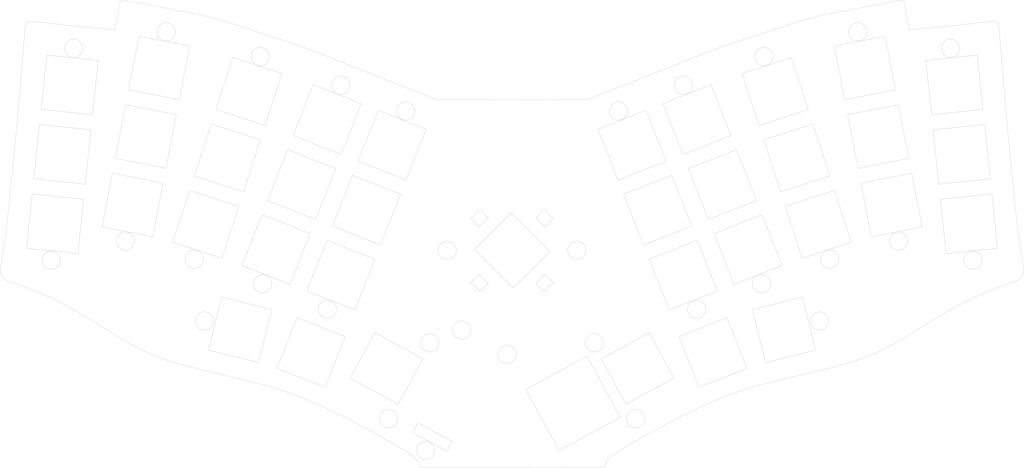
<source format=kicad_pcb>
(kicad_pcb (version 20240108) (generator "pcbnew") (generator_version "8.0")
  (title_block (title "ISW-TRISHNA") (rev "1.0"))
  (layers (0 "F.Cu" signal) (31 "B.Cu" signal) (34 "B.Paste" user) (35 "F.Paste" user) (36 "B.SilkS" user "B.Silkscreen") (37 "F.SilkS" user "F.Silkscreen") (38 "B.Mask" user) (39 "F.Mask" user) (44 "Edge.Cuts" user))
  (net 0 "")
  (footprint "isw-kbd_working:Middle_m2_Spacer_Hole" (layer "F.Cu") (at 75.7159 115.2588)
    (property "Reference" "Ref017" (hide yes))
    (property "Value" "Val2" (hide yes))
    (fp_circle (center 0 0) (end 2.5 0) (stroke (width 0.1)) (fill none) (layer "Edge.Cuts"))
  )
  (footprint "isw-kbd_working:Middle_SW_Hole_1u" (layer "F.Cu") (at 122.685054 101.860655 -21.5)
    (property "Reference" "SW15" (hide yes))
    (property "Value" "SW_Push" (hide yes))
    (fp_poly (pts (xy -7.05 -7.45) (xy 7.05 -7.45) (xy 7.05 7.45) (xy -7.05 7.45)) (stroke (width 0.1)) (fill none) (layer "Edge.Cuts"))
  )
  (footprint "isw-kbd_working:Middle_SW_Hole_1u" (layer "F.Cu") (at 162.3906 112.8614 45)
    (property "Reference" "SW34" (hide yes))
    (property "Value" "SW_Push" (hide yes))
    (fp_poly (pts (xy -7.05 -7.45) (xy 7.05 -7.45) (xy 7.05 7.45) (xy -7.05 7.45)) (stroke (width 0.1)) (fill none) (layer "Edge.Cuts"))
  )
  (footprint "isw-kbd_working:Middle_m2_Spacer_Hole" (layer "F.Cu") (at 209.1654 67.8276)
    (property "Reference" "Ref04" (hide yes))
    (property "Value" "Val2" (hide yes))
    (fp_circle (center 0 0) (end 2.5 0) (stroke (width 0.1)) (fill none) (layer "Edge.Cuts"))
  )
  (footprint "isw-kbd_working:Middle_SW_Hole_1u" (layer "F.Cu") (at 115.703206 119.58511 -21.5)
    (property "Reference" "SW25" (hide yes))
    (property "Value" "SW_Push" (hide yes))
    (fp_poly (pts (xy -7.05 -7.45) (xy 7.05 -7.45) (xy 7.05 7.45) (xy -7.05 7.45)) (stroke (width 0.1)) (fill none) (layer "Edge.Cuts"))
  )
  (footprint "isw-kbd_working:Middle_SW_Hole_1u" (layer "F.Cu") (at 39.6936 86.6345 -6)
    (property "Reference" "SW11" (hide yes))
    (property "Value" "SW_Push" (hide yes))
    (fp_poly (pts (xy -7.05 -7.45) (xy 7.05 -7.45) (xy 7.05 7.45) (xy -7.05 7.45)) (stroke (width 0.1)) (fill none) (layer "Edge.Cuts"))
  )
  (footprint "isw-kbd_working:Middle_SW_Hole_1u" (layer "F.Cu") (at 236.5861 134.5155 14)
    (property "Reference" "SW37" (hide yes))
    (property "Value" "SW_Push" (hide yes))
    (fp_poly (pts (xy -7.05 -7.45) (xy 7.05 -7.45) (xy 7.05 7.45) (xy -7.05 7.45)) (stroke (width 0.1)) (fill none) (layer "Edge.Cuts"))
  )
  (footprint "isw-kbd_working:Middle_SW_Hole_1u" (layer "F.Cu") (at 226.802485 112.603262 21.5)
    (property "Reference" "SW27" (hide yes))
    (property "Value" "SW_Push" (hide yes))
    (fp_poly (pts (xy -7.05 -7.45) (xy 7.05 -7.45) (xy 7.05 7.45) (xy -7.05 7.45)) (stroke (width 0.1)) (fill none) (layer "Edge.Cuts"))
  )
  (footprint "isw-kbd_working:Middle_SW_Hole_1u" (layer "F.Cu") (at 258.6765 63.0649 11)
    (property "Reference" "SW9" (hide yes))
    (property "Value" "SW_Push" (hide yes))
    (fp_poly (pts (xy -7.05 -7.45) (xy 7.05 -7.45) (xy 7.05 7.45) (xy -7.05 7.45)) (stroke (width 0.1)) (fill none) (layer "Edge.Cuts"))
  )
  (footprint "isw-kbd_working:Middle_m2_Spacer_Hole" (layer "F.Cu") (at 249.0652 115.2581)
    (property "Reference" "Ref08" (hide yes))
    (property "Value" "Val2" (hide yes))
    (fp_circle (center 0 0) (end 2.5 0) (stroke (width 0.1)) (fill none) (layer "Edge.Cuts"))
  )
  (footprint "isw-kbd_working:Middle_SW_Hole_1u" (layer "F.Cu") (at 78.8293 105.7258 -18)
    (property "Reference" "SW23" (hide yes))
    (property "Value" "SW_Push" (hide yes))
    (fp_poly (pts (xy -7.05 -7.45) (xy 7.05 -7.45) (xy 7.05 7.45) (xy -7.05 7.45)) (stroke (width 0.1)) (fill none) (layer "Edge.Cuts"))
  )
  (footprint "isw-kbd_working:Middle_m2_Spacer_Hole" (layer "F.Cu") (at 56.9219 110.3069)
    (property "Reference" "Ref8" (hide yes))
    (property "Value" "Val1" (hide yes))
    (fp_circle (center 0 0) (end 2.5 0) (stroke (width 0.1)) (fill none) (layer "Edge.Cuts"))
  )
  (footprint "isw-kbd_working:Middle_THQWGD001" (layer "F.Cu") (at 179.016467 154.594216 -61.5)
    (property "Reference" "RE_SW1" (hide yes))
    (property "Value" "RotaryEncoder" (hide yes))
    (fp_poly (pts (xy -9.500001 -9.505) (xy 9.5 -9.505) (xy 9.5 9.495) (xy -9.5 9.495)) (stroke (width 0.1)) (fill none) (layer "Edge.Cuts"))
  )
  (footprint "isw-kbd_working:Middle_SW_Hole_1u" (layer "F.Cu") (at 84.716 87.6082 -18)
    (property "Reference" "SW13" (hide yes))
    (property "Value" "SW_Push" (hide yes))
    (fp_poly (pts (xy -7.05 -7.45) (xy 7.05 -7.45) (xy 7.05 7.45) (xy -7.05 7.45)) (stroke (width 0.1)) (fill none) (layer "Edge.Cuts"))
  )
  (footprint "isw-kbd_working:MiddleTop_LED_SK6812MINI-E_BL" (layer "F.Cu") (at 171.2471 121.7179 45)
    (property "Reference" "LED1" (hide yes))
    (property "Value" "LED_SK6812MINI-E" (hide yes))
    (fp_poly (pts (xy -1.75 -1.6) (xy 1.75 -1.6) (xy 1.75 1.6) (xy -1.75 1.6)) (stroke (width 0.1)) (fill none) (layer "Edge.Cuts"))
  )
  (footprint "isw-kbd_working:Middle_SW_Hole_1u" (layer "F.Cu") (at 285.0876 86.6345 6)
    (property "Reference" "SW20" (hide yes))
    (property "Value" "SW_Push" (hide yes))
    (fp_poly (pts (xy -7.05 -7.45) (xy 7.05 -7.45) (xy 7.05 7.45) (xy -7.05 7.45)) (stroke (width 0.1)) (fill none) (layer "Edge.Cuts"))
  )
  (footprint "isw-kbd_working:Middle_m2_Spacer_Hole" (layer "F.Cu") (at 144.6919 112.8614)
    (property "Reference" "Ref019" (hide yes))
    (property "Value" "Val2" (hide yes))
    (fp_circle (center 0 0) (end 2.5 0) (stroke (width 0.1)) (fill none) (layer "Edge.Cuts"))
  )
  (footprint "isw-kbd_working:Middle_m2_Spacer_Hole" (layer "F.Cu") (at 138.7878 167.4339)
    (property "Reference" "Ref23" (hide yes))
    (property "Value" "Val2" (hide yes))
    (fp_circle (center 0 0) (end 2.5 0) (stroke (width 0.1)) (fill none) (layer "Edge.Cuts"))
  )
  (footprint "isw-kbd_working:Middle_m2_Spacer_Hole" (layer "F.Cu") (at 184.8314 138.0525)
    (property "Reference" "Ref012" (hide yes))
    (property "Value" "Val2" (hide yes))
    (fp_circle (center 0 0) (end 2.5 0) (stroke (width 0.1)) (fill none) (layer "Edge.Cuts"))
  )
  (footprint "isw-kbd_working:Middle_m2_Spacer_Hole" (layer "F.Cu") (at 148.6758 134.5524)
    (property "Reference" "Ref021" (hide yes))
    (property "Value" "Val2" (hide yes))
    (fp_circle (center 0 0) (end 2.5 0) (stroke (width 0.1)) (fill none) (layer "Edge.Cuts"))
  )
  (footprint "isw-kbd_working:Middle_SW_Hole_1u" (layer "F.Cu") (at 195.114334 84.136201 21.5)
    (property "Reference" "SW6" (hide yes))
    (property "Value" "SW_Push" (hide yes))
    (fp_poly (pts (xy -7.05 -7.45) (xy 7.05 -7.45) (xy 7.05 7.45) (xy -7.05 7.45)) (stroke (width 0.1)) (fill none) (layer "Edge.Cuts"))
  )
  (footprint "isw-kbd_working:MiddleTop_LED_SK6812MINI-E_BL" (layer "F.Cu") (at 153.5341 104.0048 -135)
    (property "Reference" "LED3" (hide yes))
    (property "Value" "LED_SK6812MINI-E" (hide yes))
    (fp_poly (pts (xy -1.75 -1.6) (xy 1.75 -1.6) (xy 1.75 1.6) (xy -1.75 1.6)) (stroke (width 0.1)) (fill none) (layer "Edge.Cuts"))
  )
  (footprint "isw-kbd_working:Middle_SW_Hole_1u" (layer "F.Cu") (at 240.0805 87.606 18)
    (property "Reference" "SW18" (hide yes))
    (property "Value" "SW_Push" (hide yes))
    (fp_poly (pts (xy -7.05 -7.45) (xy 7.05 -7.45) (xy 7.05 7.45) (xy -7.05 7.45)) (stroke (width 0.1)) (fill none) (layer "Edge.Cuts"))
  )
  (footprint "isw-kbd_working:Middle_SW_Hole_1u" (layer "F.Cu") (at 62.4706 81.7648 -11)
    (property "Reference" "SW12" (hide yes))
    (property "Value" "SW_Push" (hide yes))
    (fp_poly (pts (xy -7.05 -7.45) (xy 7.05 -7.45) (xy 7.05 7.45) (xy -7.05 7.45)) (stroke (width 0.1)) (fill none) (layer "Edge.Cuts"))
  )
  (footprint "isw-kbd_working:Middle_m2_Spacer_Hole" (layer "F.Cu") (at 36.6543 115.5516)
    (property "Reference" "Ref018" (hide yes))
    (property "Value" "Val2" (hide yes))
    (fp_circle (center 0 0) (end 2.5 0) (stroke (width 0.1)) (fill none) (layer "Edge.Cuts"))
  )
  (footprint "isw-kbd_working:Middle_m2_Spacer_Hole" (layer "F.Cu") (at 115.6157 67.8284)
    (property "Reference" "Ref03" (hide yes))
    (property "Value" "Val2" (hide yes))
    (fp_circle (center 0 0) (end 2.5 0) (stroke (width 0.1)) (fill none) (layer "Edge.Cuts"))
  )
  (footprint "isw-kbd_working:Middle_m2_Spacer_Hole" (layer "F.Cu") (at 180.0899 112.8614)
    (property "Reference" "Ref020" (hide yes))
    (property "Value" "Val2" (hide yes))
    (fp_circle (center 0 0) (end 2.5 0) (stroke (width 0.1)) (fill none) (layer "Edge.Cuts"))
  )
  (footprint "isw-kbd_working:Middle_SW_Hole_1u" (layer "F.Cu") (at 111.942448 77.154352 -21.5)
    (property "Reference" "SW4" (hide yes))
    (property "Value" "SW_Push" (hide yes))
    (fp_poly (pts (xy -7.05 -7.45) (xy 7.05 -7.45) (xy 7.05 7.45) (xy -7.05 7.45)) (stroke (width 0.1)) (fill none) (layer "Edge.Cuts"))
  )
  (footprint "isw-kbd_working:Middle_SW_Hole_1u" (layer "F.Cu") (at 104.9606 94.878807 -21.5)
    (property "Reference" "SW14" (hide yes))
    (property "Value" "SW_Push" (hide yes))
    (fp_poly (pts (xy -7.05 -7.45) (xy 7.05 -7.45) (xy 7.05 7.45) (xy -7.05 7.45)) (stroke (width 0.1)) (fill none) (layer "Edge.Cuts"))
  )
  (footprint "isw-kbd_working:Middle_SW_Hole_1.5u" (layer "F.Cu") (at 128.150092 145.059524 61.5)
    (property "Reference" "SW33" (hide yes))
    (property "Value" "SW_Push" (hide yes))
    (fp_poly (pts (xy -7.05 -7.45) (xy 7.05 -7.45) (xy 7.05 7.45) (xy -7.05 7.45)) (stroke (width 0.1)) (fill none) (layer "Edge.Cuts"))
  )
  (footprint "isw-kbd_working:Middle_m2_Spacer_Hole" (layer "F.Cu") (at 93.6852 59.9549)
    (property "Reference" "Ref02" (hide yes))
    (property "Value" "Val2" (hide yes))
    (fp_circle (center 0 0) (end 2.5 0) (stroke (width 0.1)) (fill none) (layer "Edge.Cuts"))
  )
  (footprint "isw-kbd_working:Middle_m2_Spacer_Hole" (layer "F.Cu") (at 246.3133 132.0902)
    (property "Reference" "Ref011" (hide yes))
    (property "Value" "Val2" (hide yes))
    (fp_circle (center 0 0) (end 2.5 0) (stroke (width 0.1)) (fill none) (layer "Edge.Cuts"))
  )
  (footprint "isw-kbd_working:Middle_m2_Spacer_Hole" (layer "F.Cu") (at 288.1268 115.5508)
    (property "Reference" "Ref07" (hide yes))
    (property "Value" "Val2" (hide yes))
    (fp_circle (center 0 0) (end 2.5 0) (stroke (width 0.1)) (fill none) (layer "Edge.Cuts"))
  )
  (footprint "isw-kbd_working:Middle_m2_Spacer_Hole" (layer "F.Cu") (at 196.0804 158.7706)
    (property "Reference" "Ref6" (hide yes))
    (property "Value" "Val1" (hide yes))
    (fp_circle (center 0 0) (end 2.5 0) (stroke (width 0.1)) (fill none) (layer "Edge.Cuts"))
  )
  (footprint "isw-kbd_working:Middle_m2_Spacer_Hole" (layer "F.Cu") (at 191.4409 74.8094)
    (property "Reference" "Ref3" (hide yes))
    (property "Value" "Val1" (hide yes))
    (fp_circle (center 0 0) (end 2.5 0) (stroke (width 0.1)) (fill none) (layer "Edge.Cuts"))
  )
  (footprint "isw-kbd_working:Middle_SW_Hole_1u" (layer "F.Cu") (at 90.5885 69.4859 -18)
    (property "Reference" "SW3" (hide yes))
    (property "Value" "SW_Push" (hide yes))
    (fp_poly (pts (xy -7.05 -7.45) (xy 7.05 -7.45) (xy 7.05 7.45) (xy -7.05 7.45)) (stroke (width 0.1)) (fill none) (layer "Edge.Cuts"))
  )
  (footprint "isw-kbd_working:Middle_m2_Spacer_Hole" (layer "F.Cu") (at 133.3402 74.8102)
    (property "Reference" "Ref2" (hide yes))
    (property "Value" "Val1" (hide yes))
    (fp_circle (center 0 0) (end 2.5 0) (stroke (width 0.1)) (fill none) (layer "Edge.Cuts"))
  )
  (footprint "isw-kbd_working:Middle_SW_Hole_1u" (layer "F.Cu") (at 107.550269 140.69237 -21.5)
    (property "Reference" "SW32" (hide yes))
    (property "Value" "SW_Push" (hide yes))
    (fp_poly (pts (xy -7.05 -7.45) (xy 7.05 -7.45) (xy 7.05 7.45) (xy -7.05 7.45)) (stroke (width 0.1)) (fill none) (layer "Edge.Cuts"))
  )
  (footprint "isw-kbd_working:Middle_m2_Spacer_Hole" (layer "F.Cu") (at 94.3037 121.9321)
    (property "Reference" "Ref016" (hide yes))
    (property "Value" "Val2" (hide yes))
    (fp_circle (center 0 0) (end 2.5 0) (stroke (width 0.1)) (fill none) (layer "Edge.Cuts"))
  )
  (footprint "isw-kbd_working:Middle_SW_Hole_1u" (layer "F.Cu") (at 58.8356 100.4648 -11)
    (property "Reference" "SW22" (hide yes))
    (property "Value" "SW_Push" (hide yes))
    (fp_poly (pts (xy -7.05 -7.45) (xy 7.05 -7.45) (xy 7.05 7.45) (xy -7.05 7.45)) (stroke (width 0.1)) (fill none) (layer "Edge.Cuts"))
  )
  (footprint "isw-kbd_working:Middle_m2_Spacer_Hole" (layer "F.Cu") (at 42.7326 57.7201)
    (property "Reference" "Ref1" (hide yes))
    (property "Value" "Val1" (hide yes))
    (fp_circle (center 0 0) (end 2.5 0) (stroke (width 0.1)) (fill none) (layer "Edge.Cuts"))
  )
  (footprint "isw-kbd_working:Middle_m2_Spacer_Hole" (layer "F.Cu") (at 139.9497 138.0533)
    (property "Reference" "Ref013" (hide yes))
    (property "Value" "Val2" (hide yes))
    (fp_circle (center 0 0) (end 2.5 0) (stroke (width 0.1)) (fill none) (layer "Edge.Cuts"))
  )
  (footprint "isw-kbd_working:MiddleTop_LED_SK6812MINI-E_BL" (layer "F.Cu") (at 171.2471 104.0048 135)
    (property "Reference" "LED2" (hide yes))
    (property "Value" "LED_SK6812MINI-E" (hide yes))
    (fp_poly (pts (xy -1.75 -1.6) (xy 1.75 -1.6) (xy 1.75 1.6) (xy -1.75 1.6)) (stroke (width 0.1)) (fill none) (layer "Edge.Cuts"))
  )
  (footprint "isw-kbd_working:Middle_SW_Hole_1u" (layer "F.Cu") (at 262.3114 81.7649 11)
    (property "Reference" "SW19" (hide yes))
    (property "Value" "SW_Push" (hide yes))
    (fp_poly (pts (xy -7.05 -7.45) (xy 7.05 -7.45) (xy 7.05 7.45) (xy -7.05 7.45)) (stroke (width 0.1)) (fill none) (layer "Edge.Cuts"))
  )
  (footprint "isw-kbd_working:MiddleTop_LED_SK6812MINI-E_BL" (layer "F.Cu") (at 153.5341 121.7179 -45)
    (property "Reference" "LED4" (hide yes))
    (property "Value" "LED_SK6812MINI-E" (hide yes))
    (fp_poly (pts (xy -1.75 -1.6) (xy 1.75 -1.6) (xy 1.75 1.6) (xy -1.75 1.6)) (stroke (width 0.1)) (fill none) (layer "Edge.Cuts"))
  )
  (footprint "isw-kbd_working:Middle_m2_Spacer_Hole" (layer "F.Cu") (at 231.0959 59.9541)
    (property "Reference" "Ref05" (hide yes))
    (property "Value" "Val2" (hide yes))
    (fp_circle (center 0 0) (end 2.5 0) (stroke (width 0.1)) (fill none) (layer "Edge.Cuts"))
  )
  (footprint "isw-kbd_working:Middle_SW_Hole_1.5u" (layer "F.Cu") (at 196.63098 145.058762 -61.5)
    (property "Reference" "SW35" (hide yes))
    (property "Value" "SW_Push" (hide yes))
    (fp_poly (pts (xy -7.05 -7.45) (xy 7.05 -7.45) (xy 7.05 7.45) (xy -7.05 7.45)) (stroke (width 0.1)) (fill none) (layer "Edge.Cuts"))
  )
  (footprint "isw-kbd_working:Middle_m2_Spacer_Hole" (layer "F.Cu") (at 256.7636 53.2245)
    (property "Reference" "Ref06" (hide yes))
    (property "Value" "Val2" (hide yes))
    (fp_circle (center 0 0) (end 2.5 0) (stroke (width 0.1)) (fill none) (layer "Edge.Cuts"))
  )
  (footprint "isw-kbd_working:Middle_SW_Hole_1u" (layer "F.Cu") (at 245.9673 105.7236 18)
    (property "Reference" "SW28" (hide yes))
    (property "Value" "SW_Push" (hide yes))
    (fp_poly (pts (xy -7.05 -7.45) (xy 7.05 -7.45) (xy 7.05 7.45) (xy -7.05 7.45)) (stroke (width 0.1)) (fill none) (layer "Edge.Cuts"))
  )
  (footprint "isw-kbd_working:Middle_SW_Hole_1u" (layer "F.Cu") (at 97.978751 112.603261 -21.5)
    (property "Reference" "SW24" (hide yes))
    (property "Value" "SW_Push" (hide yes))
    (fp_poly (pts (xy -7.05 -7.45) (xy 7.05 -7.45) (xy 7.05 7.45) (xy -7.05 7.45)) (stroke (width 0.1)) (fill none) (layer "Edge.Cuts"))
  )
  (footprint "isw-kbd_working:Middle_SW_Hole_1u" (layer "F.Cu") (at 209.07803 119.58511 21.5)
    (property "Reference" "SW26" (hide yes))
    (property "Value" "SW_Push" (hide yes))
    (fp_poly (pts (xy -7.05 -7.45) (xy 7.05 -7.45) (xy 7.05 7.45) (xy -7.05 7.45)) (stroke (width 0.1)) (fill none) (layer "Edge.Cuts"))
  )
  (footprint "isw-kbd_working:Middle_SW_Hole_1u" (layer "F.Cu") (at 287.0789 105.5801 6)
    (property "Reference" "SW30" (hide yes))
    (property "Value" "SW_Push" (hide yes))
    (fp_poly (pts (xy -7.05 -7.45) (xy 7.05 -7.45) (xy 7.05 7.45) (xy -7.05 7.45)) (stroke (width 0.1)) (fill none) (layer "Edge.Cuts"))
  )
  (footprint "isw-kbd_working:Middle_SW_Hole_1u" (layer "F.Cu") (at 265.9463 100.4649 11)
    (property "Reference" "SW29" (hide yes))
    (property "Value" "SW_Push" (hide yes))
    (fp_poly (pts (xy -7.05 -7.45) (xy 7.05 -7.45) (xy 7.05 7.45) (xy -7.05 7.45)) (stroke (width 0.1)) (fill none) (layer "Edge.Cuts"))
  )
  (footprint "isw-kbd_working:Middle_m2_Spacer_Hole" (layer "F.Cu") (at 230.4774 121.9314)
    (property "Reference" "Ref09" (hide yes))
    (property "Value" "Val2" (hide yes))
    (fp_circle (center 0 0) (end 2.5 0) (stroke (width 0.1)) (fill none) (layer "Edge.Cuts"))
  )
  (footprint "isw-kbd_working:Middle_SW_Hole_1u" (layer "F.Cu") (at 41.6849 67.6889 -6)
    (property "Reference" "SW1" (hide yes))
    (property "Value" "SW_Push" (hide yes))
    (fp_poly (pts (xy -7.05 -7.45) (xy 7.05 -7.45) (xy 7.05 7.45) (xy -7.05 7.45)) (stroke (width 0.1)) (fill none) (layer "Edge.Cuts"))
  )
  (footprint "isw-kbd_working:Middle_m2_Spacer_Hole" (layer "F.Cu") (at 78.4677 132.091)
    (property "Reference" "Ref014" (hide yes))
    (property "Value" "Val2" (hide yes))
    (fp_circle (center 0 0) (end 2.5 0) (stroke (width 0.1)) (fill none) (layer "Edge.Cuts"))
  )
  (footprint "isw-kbd_working:Middle_SW_Hole_1u" (layer "F.Cu") (at 234.1938 69.4884 18)
    (property "Reference" "SW8" (hide yes))
    (property "Value" "SW_Push" (hide yes))
    (fp_poly (pts (xy -7.05 -7.45) (xy 7.05 -7.45) (xy 7.05 7.45) (xy -7.05 7.45)) (stroke (width 0.1)) (fill none) (layer "Edge.Cuts"))
  )
  (footprint "isw-kbd_working:Middle_SW_Hole_1u" (layer "F.Cu") (at 212.838788 77.154352 21.5)
    (property "Reference" "SW7" (hide yes))
    (property "Value" "SW_Push" (hide yes))
    (fp_poly (pts (xy -7.05 -7.45) (xy 7.05 -7.45) (xy 7.05 7.45) (xy -7.05 7.45)) (stroke (width 0.1)) (fill none) (layer "Edge.Cuts"))
  )
  (footprint "isw-kbd_working:Middle_m2_Spacer_Hole" (layer "F.Cu") (at 282.0484 57.7193)
    (property "Reference" "Ref4" (hide yes))
    (property "Value" "Val1" (hide yes))
    (fp_circle (center 0 0) (end 2.5 0) (stroke (width 0.1)) (fill none) (layer "Edge.Cuts"))
  )
  (footprint "isw-kbd_working:Middle_SW_Hole_1u" (layer "F.Cu") (at 283.0963 67.6889 6)
    (property "Reference" "SW10" (hide yes))
    (property "Value" "SW_Push" (hide yes))
    (fp_poly (pts (xy -7.05 -7.45) (xy 7.05 -7.45) (xy 7.05 7.45) (xy -7.05 7.45)) (stroke (width 0.1)) (fill none) (layer "Edge.Cuts"))
  )
  (footprint "isw-kbd_working:Middle_SW_Hole_1u" (layer "F.Cu") (at 88.1951 134.5155 -14)
    (property "Reference" "SW31" (hide yes))
    (property "Value" "SW_Push" (hide yes))
    (fp_poly (pts (xy -7.05 -7.45) (xy 7.05 -7.45) (xy 7.05 7.45) (xy -7.05 7.45)) (stroke (width 0.1)) (fill none) (layer "Edge.Cuts"))
  )
  (footprint "isw-kbd_working:Middle_m2_Spacer_Hole" (layer "F.Cu") (at 68.0175 53.2253)
    (property "Reference" "Ref01" (hide yes))
    (property "Value" "Val2" (hide yes))
    (fp_circle (center 0 0) (end 2.5 0) (stroke (width 0.1)) (fill none) (layer "Edge.Cuts"))
  )
  (footprint "isw-kbd_working:Middle_m2_Spacer_Hole" (layer "F.Cu") (at 267.8591 110.3062)
    (property "Reference" "Ref5" (hide yes))
    (property "Value" "Val1" (hide yes))
    (fp_circle (center 0 0) (end 2.5 0) (stroke (width 0.1)) (fill none) (layer "Edge.Cuts"))
  )
  (footprint "isw-kbd_working:Middle_m2_Spacer_Hole" (layer "F.Cu") (at 112.0281 128.914)
    (property "Reference" "Ref015" (hide yes))
    (property "Value" "Val2" (hide yes))
    (fp_circle (center 0 0) (end 2.5 0) (stroke (width 0.1)) (fill none) (layer "Edge.Cuts"))
  )
  (footprint "isw-kbd_working:Middle_SW_Hole_1u" (layer "F.Cu") (at 202.096182 101.860656 21.5)
    (property "Reference" "SW16" (hide yes))
    (property "Value" "SW_Push" (hide yes))
    (fp_poly (pts (xy -7.05 -7.45) (xy 7.05 -7.45) (xy 7.05 7.45) (xy -7.05 7.45)) (stroke (width 0.1)) (fill none) (layer "Edge.Cuts"))
  )
  (footprint "isw-kbd_working:Middle_SW_Hole_1u" (layer "F.Cu") (at 129.666903 84.1362 -21.5)
    (property "Reference" "SW5" (hide yes))
    (property "Value" "SW_Push" (hide yes))
    (fp_poly (pts (xy -7.05 -7.45) (xy 7.05 -7.45) (xy 7.05 7.45) (xy -7.05 7.45)) (stroke (width 0.1)) (fill none) (layer "Edge.Cuts"))
  )
  (footprint "isw-kbd_working:Middle_FSS-41035-04" (layer "F.Cu") (at 134.670887 162.337226 61.5)
    (property "Reference" "J1" (hide yes))
    (property "Value" "OLED-128x32" (hide yes))
    (fp_poly (pts (xy 0.1 0.68) (xy 3.1 0.68) (xy 3.1 11.3) (xy 0.1 11.3)) (stroke (width 0.1)) (fill none) (layer "Edge.Cuts"))
  )
  (footprint "isw-kbd_working:Middle_m2_Spacer_Hole" (layer "F.Cu") (at 212.753 128.9132)
    (property "Reference" "Ref010" (hide yes))
    (property "Value" "Val2" (hide yes))
    (fp_circle (center 0 0) (end 2.5 0) (stroke (width 0.1)) (fill none) (layer "Edge.Cuts"))
  )
  (footprint "isw-kbd_working:Middle_m2_Spacer_Hole" (layer "F.Cu") (at 160.9793 141.2326)
    (property "Reference" "Ref022" (hide yes))
    (property "Value" "Val2" (hide yes))
    (fp_circle (center 0 0) (end 2.5 0) (stroke (width 0.1)) (fill none) (layer "Edge.Cuts"))
  )
  (footprint "isw-kbd_working:Middle_SW_Hole_1u" (layer "F.Cu") (at 66.1055 63.0648 -11)
    (property "Reference" "SW2" (hide yes))
    (property "Value" "SW_Push" (hide yes))
    (fp_poly (pts (xy -7.05 -7.45) (xy 7.05 -7.45) (xy 7.05 7.45) (xy -7.05 7.45)) (stroke (width 0.1)) (fill none) (layer "Edge.Cuts"))
  )
  (footprint "isw-kbd_working:Middle_SW_Hole_1u" (layer "F.Cu") (at 37.7024 105.5801 -6)
    (property "Reference" "SW21" (hide yes))
    (property "Value" "SW_Push" (hide yes))
    (fp_poly (pts (xy -7.05 -7.45) (xy 7.05 -7.45) (xy 7.05 7.45) (xy -7.05 7.45)) (stroke (width 0.1)) (fill none) (layer "Edge.Cuts"))
  )
  (footprint "isw-kbd_working:Middle_SW_Hole_1u" (layer "F.Cu") (at 217.230422 140.692521 21.5)
    (property "Reference" "SW36" (hide yes))
    (property "Value" "SW_Push" (hide yes))
    (fp_poly (pts (xy -7.05 -7.45) (xy 7.05 -7.45) (xy 7.05 7.45) (xy -7.05 7.45)) (stroke (width 0.1)) (fill none) (layer "Edge.Cuts"))
  )
  (footprint "isw-kbd_working:Middle_m2_Spacer_Hole" (layer "F.Cu") (at 128.7007 158.7714)
    (property "Reference" "Ref7" (hide yes))
    (property "Value" "Val1" (hide yes))
    (fp_circle (center 0 0) (end 2.5 0) (stroke (width 0.1)) (fill none) (layer "Edge.Cuts"))
  )
  (footprint "isw-kbd_working:Middle_SW_Hole_1u" (layer "F.Cu") (at 219.820637 94.878807 21.5)
    (property "Reference" "SW17" (hide yes))
    (property "Value" "SW_Push" (hide yes))
    (fp_poly (pts (xy -7.05 -7.45) (xy 7.05 -7.45) (xy 7.05 7.45) (xy -7.05 7.45)) (stroke (width 0.1)) (fill none) (layer "Edge.Cuts"))
  )
  (gr_curve (pts (xy 24.764151 121.13912) (xy 50.439166 129.75294) (xy 53.03527 139.25956) (xy 73.863118 144.509673)) (stroke (width 0.09)) (layer "Edge.Cuts"))
  (gr_line (start 55.382163 45.379307) (end 54.049678 52.726661) (stroke (width 0.09)) (layer "Edge.Cuts"))
  (gr_curve (pts (xy 300.016417 121.137134) (xy 301.454229 120.652514) (xy 302.303198 119.169979) (xy 301.993476 117.684639)) (stroke (width 0.09)) (layer "Edge.Cuts"))
  (gr_curve (pts (xy 138.004208 172.128137) (xy 149.526799 172.135673) (xy 175.254437 172.135673) (xy 186.777028 172.135673)) (stroke (width 0.09)) (layer "Edge.Cuts"))
  (gr_curve (pts (xy 132.876118 167.329978) (xy 135.514078 169.167211) (xy 136.909119 170.32755) (xy 137.017067 171.238321)) (stroke (width 0.09)) (layer "Edge.Cuts"))
  (gr_curve (pts (xy 56.554559 44.588692) (xy 56.012501 44.483327) (xy 55.487641 44.837271) (xy 55.382163 45.379307)) (stroke (width 0.09)) (layer "Edge.Cuts"))
  (gr_line (start 84.472037 50.486623) (end 77.272233 48.532834) (stroke (width 0.09)) (layer "Edge.Cuts"))
  (gr_curve (pts (xy 295.178173 51.215409) (xy 295.150456 50.951641) (xy 295.01909 50.709687) (xy 294.812977 50.542776)) (stroke (width 0.09)) (layer "Edge.Cuts"))
  (gr_line (start 102.589664 56.373397) (end 84.472037 50.486623) (stroke (width 0.09)) (layer "Edge.Cuts"))
  (gr_curve (pts (xy 30.702118 50.325395) (xy 30.438351 50.297671) (xy 30.174373 50.375866) (xy 29.96826 50.542776)) (stroke (width 0.09)) (layer "Edge.Cuts"))
  (gr_curve (pts (xy 250.918118 144.509673) (xy 271.745967 139.25956) (xy 274.34207 129.75294) (xy 300.016417 121.137134)) (stroke (width 0.09)) (layer "Edge.Cuts"))
  (gr_curve (pts (xy 29.603063 51.215409) (xy 29.603063 51.215409) (xy 25.40457 105.0932) (xy 22.785554 117.684179)) (stroke (width 0.09)) (layer "Edge.Cuts"))
  (gr_curve (pts (xy 191.905118 167.329978) (xy 222.351951 149.276768) (xy 229.723374 149.85227) (xy 250.918118 144.509673)) (stroke (width 0.09)) (layer "Edge.Cuts"))
  (gr_line (start 182.761928 71.766019) (end 168.670618 71.771019) (stroke (width 0.09)) (layer "Edge.Cuts"))
  (gr_curve (pts (xy 137.017067 171.238321) (xy 137.069648 171.743977) (xy 137.495827 172.128137) (xy 138.004208 172.128137)) (stroke (width 0.09)) (layer "Edge.Cuts"))
  (gr_line (start 240.309199 50.486623) (end 222.191573 56.373397) (stroke (width 0.09)) (layer "Edge.Cuts"))
  (gr_curve (pts (xy 22.785554 117.684179) (xy 22.475618 119.170611) (xy 23.325259 120.654217) (xy 24.764151 121.13912)) (stroke (width 0.09)) (layer "Edge.Cuts"))
  (gr_line (start 268.226678 44.588692) (end 247.509004 48.532834) (stroke (width 0.09)) (layer "Edge.Cuts"))
  (gr_line (start 222.191573 56.373397) (end 218.210092 57.801667) (stroke (width 0.09)) (layer "Edge.Cuts"))
  (gr_curve (pts (xy 301.993476 117.684639) (xy 299.376667 105.0932) (xy 295.178173 51.215409) (xy 295.178173 51.215409)) (stroke (width 0.09)) (layer "Edge.Cuts"))
  (gr_line (start 218.210092 57.801667) (end 200.485637 64.783515) (stroke (width 0.09)) (layer "Edge.Cuts"))
  (gr_curve (pts (xy 269.399073 45.379307) (xy 269.293596 44.837271) (xy 268.768736 44.483327) (xy 268.226678 44.588692)) (stroke (width 0.09)) (layer "Edge.Cuts"))
  (gr_line (start 124.295599 64.783515) (end 106.571145 57.801667) (stroke (width 0.09)) (layer "Edge.Cuts"))
  (gr_line (start 247.509004 48.532834) (end 240.309199 50.486623) (stroke (width 0.09)) (layer "Edge.Cuts"))
  (gr_line (start 270.731559 52.726661) (end 269.399073 45.379307) (stroke (width 0.09)) (layer "Edge.Cuts"))
  (gr_curve (pts (xy 186.777028 172.135673) (xy 187.289185 172.135546) (xy 187.718462 171.748487) (xy 187.77142 171.239075)) (stroke (width 0.09)) (layer "Edge.Cuts"))
  (gr_line (start 168.670618 71.771019) (end 142.019309 71.766019) (stroke (width 0.09)) (layer "Edge.Cuts"))
  (gr_line (start 200.486382 64.784171) (end 182.761928 71.766019) (stroke (width 0.09)) (layer "Edge.Cuts"))
  (gr_curve (pts (xy 29.96826 50.542776) (xy 29.762146 50.709687) (xy 29.630781 50.951641) (xy 29.603063 51.215409)) (stroke (width 0.09)) (layer "Edge.Cuts"))
  (gr_line (start 142.019309 71.766019) (end 124.294854 64.784171) (stroke (width 0.09)) (layer "Edge.Cuts"))
  (gr_line (start 106.571145 57.801667) (end 102.589664 56.373397) (stroke (width 0.09)) (layer "Edge.Cuts"))
  (gr_curve (pts (xy 187.77142 171.239075) (xy 187.872117 170.32755) (xy 189.267159 169.167211) (xy 191.905118 167.329978)) (stroke (width 0.09)) (layer "Edge.Cuts"))
  (gr_line (start 77.272233 48.532834) (end 56.554559 44.588692) (stroke (width 0.09)) (layer "Edge.Cuts"))
  (gr_line (start 54.049678 52.726661) (end 30.702118 50.325395) (stroke (width 0.09)) (layer "Edge.Cuts"))
  (gr_curve (pts (xy 294.812977 50.542776) (xy 294.606863 50.375866) (xy 294.342886 50.297671) (xy 294.079118 50.325395)) (stroke (width 0.09)) (layer "Edge.Cuts"))
  (gr_line (start 294.079118 50.325395) (end 270.731559 52.726661) (stroke (width 0.09)) (layer "Edge.Cuts"))
  (gr_curve (pts (xy 73.863118 144.509673) (xy 95.057862 149.85227) (xy 102.429286 149.276768) (xy 132.876118 167.329978)) (stroke (width 0.09)) (layer "Edge.Cuts"))
)
</source>
